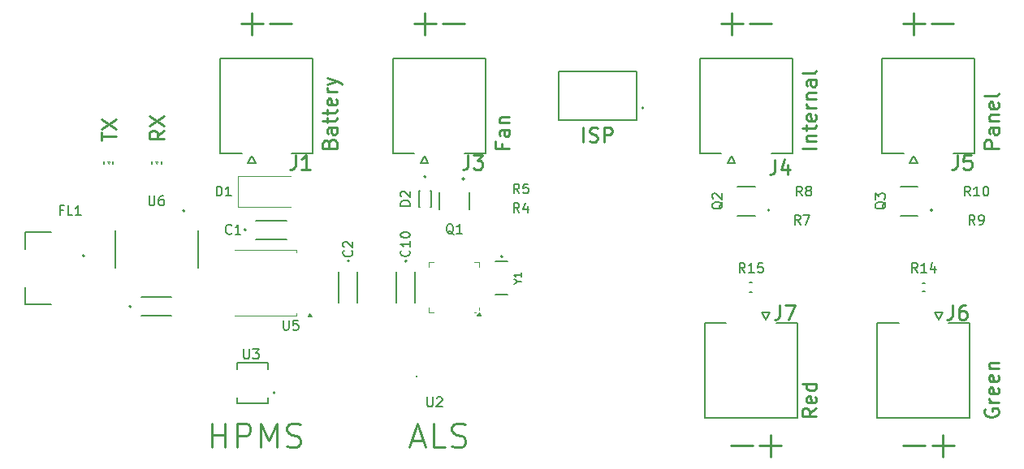
<source format=gbr>
%TF.GenerationSoftware,KiCad,Pcbnew,8.0.4*%
%TF.CreationDate,2024-12-23T16:55:19-08:00*%
%TF.ProjectId,Butterfly_v0,42757474-6572-4666-9c79-5f76302e6b69,rev?*%
%TF.SameCoordinates,Original*%
%TF.FileFunction,Legend,Top*%
%TF.FilePolarity,Positive*%
%FSLAX46Y46*%
G04 Gerber Fmt 4.6, Leading zero omitted, Abs format (unit mm)*
G04 Created by KiCad (PCBNEW 8.0.4) date 2024-12-23 16:55:19*
%MOMM*%
%LPD*%
G01*
G04 APERTURE LIST*
%ADD10C,0.250000*%
%ADD11C,0.150000*%
%ADD12C,0.127000*%
%ADD13C,0.200000*%
%ADD14C,0.100000*%
%ADD15C,0.152400*%
%ADD16C,0.120000*%
G04 APERTURE END LIST*
D10*
X141878758Y-96523000D02*
X144164473Y-96523000D01*
X132803428Y-65478384D02*
X131303428Y-65478384D01*
X131803428Y-64764098D02*
X132803428Y-64764098D01*
X131946285Y-64764098D02*
X131874857Y-64692669D01*
X131874857Y-64692669D02*
X131803428Y-64549812D01*
X131803428Y-64549812D02*
X131803428Y-64335526D01*
X131803428Y-64335526D02*
X131874857Y-64192669D01*
X131874857Y-64192669D02*
X132017714Y-64121241D01*
X132017714Y-64121241D02*
X132803428Y-64121241D01*
X131803428Y-63621240D02*
X131803428Y-63049812D01*
X131303428Y-63406955D02*
X132589142Y-63406955D01*
X132589142Y-63406955D02*
X132732000Y-63335526D01*
X132732000Y-63335526D02*
X132803428Y-63192669D01*
X132803428Y-63192669D02*
X132803428Y-63049812D01*
X132732000Y-61978383D02*
X132803428Y-62121240D01*
X132803428Y-62121240D02*
X132803428Y-62406955D01*
X132803428Y-62406955D02*
X132732000Y-62549812D01*
X132732000Y-62549812D02*
X132589142Y-62621240D01*
X132589142Y-62621240D02*
X132017714Y-62621240D01*
X132017714Y-62621240D02*
X131874857Y-62549812D01*
X131874857Y-62549812D02*
X131803428Y-62406955D01*
X131803428Y-62406955D02*
X131803428Y-62121240D01*
X131803428Y-62121240D02*
X131874857Y-61978383D01*
X131874857Y-61978383D02*
X132017714Y-61906955D01*
X132017714Y-61906955D02*
X132160571Y-61906955D01*
X132160571Y-61906955D02*
X132303428Y-62621240D01*
X132803428Y-61264098D02*
X131803428Y-61264098D01*
X132089142Y-61264098D02*
X131946285Y-61192669D01*
X131946285Y-61192669D02*
X131874857Y-61121241D01*
X131874857Y-61121241D02*
X131803428Y-60978383D01*
X131803428Y-60978383D02*
X131803428Y-60835526D01*
X131803428Y-60335527D02*
X132803428Y-60335527D01*
X131946285Y-60335527D02*
X131874857Y-60264098D01*
X131874857Y-60264098D02*
X131803428Y-60121241D01*
X131803428Y-60121241D02*
X131803428Y-59906955D01*
X131803428Y-59906955D02*
X131874857Y-59764098D01*
X131874857Y-59764098D02*
X132017714Y-59692670D01*
X132017714Y-59692670D02*
X132803428Y-59692670D01*
X132803428Y-58335527D02*
X132017714Y-58335527D01*
X132017714Y-58335527D02*
X131874857Y-58406955D01*
X131874857Y-58406955D02*
X131803428Y-58549812D01*
X131803428Y-58549812D02*
X131803428Y-58835527D01*
X131803428Y-58835527D02*
X131874857Y-58978384D01*
X132732000Y-58335527D02*
X132803428Y-58478384D01*
X132803428Y-58478384D02*
X132803428Y-58835527D01*
X132803428Y-58835527D02*
X132732000Y-58978384D01*
X132732000Y-58978384D02*
X132589142Y-59049812D01*
X132589142Y-59049812D02*
X132446285Y-59049812D01*
X132446285Y-59049812D02*
X132303428Y-58978384D01*
X132303428Y-58978384D02*
X132232000Y-58835527D01*
X132232000Y-58835527D02*
X132232000Y-58478384D01*
X132232000Y-58478384D02*
X132160571Y-58335527D01*
X132803428Y-57406955D02*
X132732000Y-57549812D01*
X132732000Y-57549812D02*
X132589142Y-57621241D01*
X132589142Y-57621241D02*
X131303428Y-57621241D01*
X126878758Y-96523000D02*
X129164473Y-96523000D01*
X128021615Y-95380142D02*
X128021615Y-97665857D01*
X150374857Y-92692669D02*
X150303428Y-92835527D01*
X150303428Y-92835527D02*
X150303428Y-93049812D01*
X150303428Y-93049812D02*
X150374857Y-93264098D01*
X150374857Y-93264098D02*
X150517714Y-93406955D01*
X150517714Y-93406955D02*
X150660571Y-93478384D01*
X150660571Y-93478384D02*
X150946285Y-93549812D01*
X150946285Y-93549812D02*
X151160571Y-93549812D01*
X151160571Y-93549812D02*
X151446285Y-93478384D01*
X151446285Y-93478384D02*
X151589142Y-93406955D01*
X151589142Y-93406955D02*
X151732000Y-93264098D01*
X151732000Y-93264098D02*
X151803428Y-93049812D01*
X151803428Y-93049812D02*
X151803428Y-92906955D01*
X151803428Y-92906955D02*
X151732000Y-92692669D01*
X151732000Y-92692669D02*
X151660571Y-92621241D01*
X151660571Y-92621241D02*
X151160571Y-92621241D01*
X151160571Y-92621241D02*
X151160571Y-92906955D01*
X151803428Y-91978384D02*
X150803428Y-91978384D01*
X151089142Y-91978384D02*
X150946285Y-91906955D01*
X150946285Y-91906955D02*
X150874857Y-91835527D01*
X150874857Y-91835527D02*
X150803428Y-91692669D01*
X150803428Y-91692669D02*
X150803428Y-91549812D01*
X151732000Y-90478384D02*
X151803428Y-90621241D01*
X151803428Y-90621241D02*
X151803428Y-90906956D01*
X151803428Y-90906956D02*
X151732000Y-91049813D01*
X151732000Y-91049813D02*
X151589142Y-91121241D01*
X151589142Y-91121241D02*
X151017714Y-91121241D01*
X151017714Y-91121241D02*
X150874857Y-91049813D01*
X150874857Y-91049813D02*
X150803428Y-90906956D01*
X150803428Y-90906956D02*
X150803428Y-90621241D01*
X150803428Y-90621241D02*
X150874857Y-90478384D01*
X150874857Y-90478384D02*
X151017714Y-90406956D01*
X151017714Y-90406956D02*
X151160571Y-90406956D01*
X151160571Y-90406956D02*
X151303428Y-91121241D01*
X151732000Y-89192670D02*
X151803428Y-89335527D01*
X151803428Y-89335527D02*
X151803428Y-89621242D01*
X151803428Y-89621242D02*
X151732000Y-89764099D01*
X151732000Y-89764099D02*
X151589142Y-89835527D01*
X151589142Y-89835527D02*
X151017714Y-89835527D01*
X151017714Y-89835527D02*
X150874857Y-89764099D01*
X150874857Y-89764099D02*
X150803428Y-89621242D01*
X150803428Y-89621242D02*
X150803428Y-89335527D01*
X150803428Y-89335527D02*
X150874857Y-89192670D01*
X150874857Y-89192670D02*
X151017714Y-89121242D01*
X151017714Y-89121242D02*
X151160571Y-89121242D01*
X151160571Y-89121242D02*
X151303428Y-89835527D01*
X150803428Y-88478385D02*
X151803428Y-88478385D01*
X150946285Y-88478385D02*
X150874857Y-88406956D01*
X150874857Y-88406956D02*
X150803428Y-88264099D01*
X150803428Y-88264099D02*
X150803428Y-88049813D01*
X150803428Y-88049813D02*
X150874857Y-87906956D01*
X150874857Y-87906956D02*
X151017714Y-87835528D01*
X151017714Y-87835528D02*
X151803428Y-87835528D01*
X93121241Y-52477000D02*
X90835527Y-52477000D01*
X91978384Y-53619857D02*
X91978384Y-51334142D01*
X58303428Y-64692669D02*
X58303428Y-63835527D01*
X59803428Y-64264098D02*
X58303428Y-64264098D01*
X58303428Y-63478384D02*
X59803428Y-62478384D01*
X58303428Y-62478384D02*
X59803428Y-63478384D01*
X123878758Y-96523000D02*
X126164473Y-96523000D01*
X90640663Y-95966761D02*
X91831139Y-95966761D01*
X90402568Y-96681047D02*
X91235901Y-94181047D01*
X91235901Y-94181047D02*
X92069234Y-96681047D01*
X94093044Y-96681047D02*
X92902568Y-96681047D01*
X92902568Y-96681047D02*
X92902568Y-94181047D01*
X94807330Y-96562000D02*
X95164473Y-96681047D01*
X95164473Y-96681047D02*
X95759711Y-96681047D01*
X95759711Y-96681047D02*
X95997806Y-96562000D01*
X95997806Y-96562000D02*
X96116854Y-96442952D01*
X96116854Y-96442952D02*
X96235901Y-96204857D01*
X96235901Y-96204857D02*
X96235901Y-95966761D01*
X96235901Y-95966761D02*
X96116854Y-95728666D01*
X96116854Y-95728666D02*
X95997806Y-95609619D01*
X95997806Y-95609619D02*
X95759711Y-95490571D01*
X95759711Y-95490571D02*
X95283520Y-95371523D01*
X95283520Y-95371523D02*
X95045425Y-95252476D01*
X95045425Y-95252476D02*
X94926378Y-95133428D01*
X94926378Y-95133428D02*
X94807330Y-94895333D01*
X94807330Y-94895333D02*
X94807330Y-94657238D01*
X94807330Y-94657238D02*
X94926378Y-94419142D01*
X94926378Y-94419142D02*
X95045425Y-94300095D01*
X95045425Y-94300095D02*
X95283520Y-94181047D01*
X95283520Y-94181047D02*
X95878759Y-94181047D01*
X95878759Y-94181047D02*
X96235901Y-94300095D01*
X147121241Y-52477000D02*
X144835527Y-52477000D01*
X75121241Y-52477000D02*
X72835527Y-52477000D01*
X73978384Y-53619857D02*
X73978384Y-51334142D01*
X125121241Y-52477000D02*
X122835527Y-52477000D01*
X123978384Y-53619857D02*
X123978384Y-51334142D01*
X82017714Y-64978384D02*
X82089142Y-64764098D01*
X82089142Y-64764098D02*
X82160571Y-64692669D01*
X82160571Y-64692669D02*
X82303428Y-64621241D01*
X82303428Y-64621241D02*
X82517714Y-64621241D01*
X82517714Y-64621241D02*
X82660571Y-64692669D01*
X82660571Y-64692669D02*
X82732000Y-64764098D01*
X82732000Y-64764098D02*
X82803428Y-64906955D01*
X82803428Y-64906955D02*
X82803428Y-65478384D01*
X82803428Y-65478384D02*
X81303428Y-65478384D01*
X81303428Y-65478384D02*
X81303428Y-64978384D01*
X81303428Y-64978384D02*
X81374857Y-64835527D01*
X81374857Y-64835527D02*
X81446285Y-64764098D01*
X81446285Y-64764098D02*
X81589142Y-64692669D01*
X81589142Y-64692669D02*
X81732000Y-64692669D01*
X81732000Y-64692669D02*
X81874857Y-64764098D01*
X81874857Y-64764098D02*
X81946285Y-64835527D01*
X81946285Y-64835527D02*
X82017714Y-64978384D01*
X82017714Y-64978384D02*
X82017714Y-65478384D01*
X82803428Y-63335527D02*
X82017714Y-63335527D01*
X82017714Y-63335527D02*
X81874857Y-63406955D01*
X81874857Y-63406955D02*
X81803428Y-63549812D01*
X81803428Y-63549812D02*
X81803428Y-63835527D01*
X81803428Y-63835527D02*
X81874857Y-63978384D01*
X82732000Y-63335527D02*
X82803428Y-63478384D01*
X82803428Y-63478384D02*
X82803428Y-63835527D01*
X82803428Y-63835527D02*
X82732000Y-63978384D01*
X82732000Y-63978384D02*
X82589142Y-64049812D01*
X82589142Y-64049812D02*
X82446285Y-64049812D01*
X82446285Y-64049812D02*
X82303428Y-63978384D01*
X82303428Y-63978384D02*
X82232000Y-63835527D01*
X82232000Y-63835527D02*
X82232000Y-63478384D01*
X82232000Y-63478384D02*
X82160571Y-63335527D01*
X81803428Y-62835526D02*
X81803428Y-62264098D01*
X81303428Y-62621241D02*
X82589142Y-62621241D01*
X82589142Y-62621241D02*
X82732000Y-62549812D01*
X82732000Y-62549812D02*
X82803428Y-62406955D01*
X82803428Y-62406955D02*
X82803428Y-62264098D01*
X81803428Y-61978383D02*
X81803428Y-61406955D01*
X81303428Y-61764098D02*
X82589142Y-61764098D01*
X82589142Y-61764098D02*
X82732000Y-61692669D01*
X82732000Y-61692669D02*
X82803428Y-61549812D01*
X82803428Y-61549812D02*
X82803428Y-61406955D01*
X82732000Y-60335526D02*
X82803428Y-60478383D01*
X82803428Y-60478383D02*
X82803428Y-60764098D01*
X82803428Y-60764098D02*
X82732000Y-60906955D01*
X82732000Y-60906955D02*
X82589142Y-60978383D01*
X82589142Y-60978383D02*
X82017714Y-60978383D01*
X82017714Y-60978383D02*
X81874857Y-60906955D01*
X81874857Y-60906955D02*
X81803428Y-60764098D01*
X81803428Y-60764098D02*
X81803428Y-60478383D01*
X81803428Y-60478383D02*
X81874857Y-60335526D01*
X81874857Y-60335526D02*
X82017714Y-60264098D01*
X82017714Y-60264098D02*
X82160571Y-60264098D01*
X82160571Y-60264098D02*
X82303428Y-60978383D01*
X82803428Y-59621241D02*
X81803428Y-59621241D01*
X82089142Y-59621241D02*
X81946285Y-59549812D01*
X81946285Y-59549812D02*
X81874857Y-59478384D01*
X81874857Y-59478384D02*
X81803428Y-59335526D01*
X81803428Y-59335526D02*
X81803428Y-59192669D01*
X81803428Y-58835527D02*
X82803428Y-58478384D01*
X81803428Y-58121241D02*
X82803428Y-58478384D01*
X82803428Y-58478384D02*
X83160571Y-58621241D01*
X83160571Y-58621241D02*
X83232000Y-58692670D01*
X83232000Y-58692670D02*
X83303428Y-58835527D01*
X108521615Y-64803428D02*
X108521615Y-63303428D01*
X109164473Y-64732000D02*
X109378759Y-64803428D01*
X109378759Y-64803428D02*
X109735901Y-64803428D01*
X109735901Y-64803428D02*
X109878759Y-64732000D01*
X109878759Y-64732000D02*
X109950187Y-64660571D01*
X109950187Y-64660571D02*
X110021616Y-64517714D01*
X110021616Y-64517714D02*
X110021616Y-64374857D01*
X110021616Y-64374857D02*
X109950187Y-64232000D01*
X109950187Y-64232000D02*
X109878759Y-64160571D01*
X109878759Y-64160571D02*
X109735901Y-64089142D01*
X109735901Y-64089142D02*
X109450187Y-64017714D01*
X109450187Y-64017714D02*
X109307330Y-63946285D01*
X109307330Y-63946285D02*
X109235901Y-63874857D01*
X109235901Y-63874857D02*
X109164473Y-63732000D01*
X109164473Y-63732000D02*
X109164473Y-63589142D01*
X109164473Y-63589142D02*
X109235901Y-63446285D01*
X109235901Y-63446285D02*
X109307330Y-63374857D01*
X109307330Y-63374857D02*
X109450187Y-63303428D01*
X109450187Y-63303428D02*
X109807330Y-63303428D01*
X109807330Y-63303428D02*
X110021616Y-63374857D01*
X110664472Y-64803428D02*
X110664472Y-63303428D01*
X110664472Y-63303428D02*
X111235901Y-63303428D01*
X111235901Y-63303428D02*
X111378758Y-63374857D01*
X111378758Y-63374857D02*
X111450187Y-63446285D01*
X111450187Y-63446285D02*
X111521615Y-63589142D01*
X111521615Y-63589142D02*
X111521615Y-63803428D01*
X111521615Y-63803428D02*
X111450187Y-63946285D01*
X111450187Y-63946285D02*
X111378758Y-64017714D01*
X111378758Y-64017714D02*
X111235901Y-64089142D01*
X111235901Y-64089142D02*
X110664472Y-64089142D01*
X78121241Y-52477000D02*
X75835527Y-52477000D01*
X96121241Y-52477000D02*
X93835527Y-52477000D01*
X132803428Y-92621241D02*
X132089142Y-93121241D01*
X132803428Y-93478384D02*
X131303428Y-93478384D01*
X131303428Y-93478384D02*
X131303428Y-92906955D01*
X131303428Y-92906955D02*
X131374857Y-92764098D01*
X131374857Y-92764098D02*
X131446285Y-92692669D01*
X131446285Y-92692669D02*
X131589142Y-92621241D01*
X131589142Y-92621241D02*
X131803428Y-92621241D01*
X131803428Y-92621241D02*
X131946285Y-92692669D01*
X131946285Y-92692669D02*
X132017714Y-92764098D01*
X132017714Y-92764098D02*
X132089142Y-92906955D01*
X132089142Y-92906955D02*
X132089142Y-93478384D01*
X132732000Y-91406955D02*
X132803428Y-91549812D01*
X132803428Y-91549812D02*
X132803428Y-91835527D01*
X132803428Y-91835527D02*
X132732000Y-91978384D01*
X132732000Y-91978384D02*
X132589142Y-92049812D01*
X132589142Y-92049812D02*
X132017714Y-92049812D01*
X132017714Y-92049812D02*
X131874857Y-91978384D01*
X131874857Y-91978384D02*
X131803428Y-91835527D01*
X131803428Y-91835527D02*
X131803428Y-91549812D01*
X131803428Y-91549812D02*
X131874857Y-91406955D01*
X131874857Y-91406955D02*
X132017714Y-91335527D01*
X132017714Y-91335527D02*
X132160571Y-91335527D01*
X132160571Y-91335527D02*
X132303428Y-92049812D01*
X132803428Y-90049813D02*
X131303428Y-90049813D01*
X132732000Y-90049813D02*
X132803428Y-90192670D01*
X132803428Y-90192670D02*
X132803428Y-90478384D01*
X132803428Y-90478384D02*
X132732000Y-90621241D01*
X132732000Y-90621241D02*
X132660571Y-90692670D01*
X132660571Y-90692670D02*
X132517714Y-90764098D01*
X132517714Y-90764098D02*
X132089142Y-90764098D01*
X132089142Y-90764098D02*
X131946285Y-90692670D01*
X131946285Y-90692670D02*
X131874857Y-90621241D01*
X131874857Y-90621241D02*
X131803428Y-90478384D01*
X131803428Y-90478384D02*
X131803428Y-90192670D01*
X131803428Y-90192670D02*
X131874857Y-90049813D01*
X144878758Y-96523000D02*
X147164473Y-96523000D01*
X146021615Y-95380142D02*
X146021615Y-97665857D01*
X128121241Y-52477000D02*
X125835527Y-52477000D01*
X69759711Y-96681047D02*
X69759711Y-94181047D01*
X69759711Y-95371523D02*
X71188282Y-95371523D01*
X71188282Y-96681047D02*
X71188282Y-94181047D01*
X72378759Y-96681047D02*
X72378759Y-94181047D01*
X72378759Y-94181047D02*
X73331140Y-94181047D01*
X73331140Y-94181047D02*
X73569235Y-94300095D01*
X73569235Y-94300095D02*
X73688282Y-94419142D01*
X73688282Y-94419142D02*
X73807330Y-94657238D01*
X73807330Y-94657238D02*
X73807330Y-95014380D01*
X73807330Y-95014380D02*
X73688282Y-95252476D01*
X73688282Y-95252476D02*
X73569235Y-95371523D01*
X73569235Y-95371523D02*
X73331140Y-95490571D01*
X73331140Y-95490571D02*
X72378759Y-95490571D01*
X74878759Y-96681047D02*
X74878759Y-94181047D01*
X74878759Y-94181047D02*
X75712092Y-95966761D01*
X75712092Y-95966761D02*
X76545425Y-94181047D01*
X76545425Y-94181047D02*
X76545425Y-96681047D01*
X77616854Y-96562000D02*
X77973997Y-96681047D01*
X77973997Y-96681047D02*
X78569235Y-96681047D01*
X78569235Y-96681047D02*
X78807330Y-96562000D01*
X78807330Y-96562000D02*
X78926378Y-96442952D01*
X78926378Y-96442952D02*
X79045425Y-96204857D01*
X79045425Y-96204857D02*
X79045425Y-95966761D01*
X79045425Y-95966761D02*
X78926378Y-95728666D01*
X78926378Y-95728666D02*
X78807330Y-95609619D01*
X78807330Y-95609619D02*
X78569235Y-95490571D01*
X78569235Y-95490571D02*
X78093044Y-95371523D01*
X78093044Y-95371523D02*
X77854949Y-95252476D01*
X77854949Y-95252476D02*
X77735902Y-95133428D01*
X77735902Y-95133428D02*
X77616854Y-94895333D01*
X77616854Y-94895333D02*
X77616854Y-94657238D01*
X77616854Y-94657238D02*
X77735902Y-94419142D01*
X77735902Y-94419142D02*
X77854949Y-94300095D01*
X77854949Y-94300095D02*
X78093044Y-94181047D01*
X78093044Y-94181047D02*
X78688283Y-94181047D01*
X78688283Y-94181047D02*
X79045425Y-94300095D01*
X100017714Y-64978384D02*
X100017714Y-65478384D01*
X100803428Y-65478384D02*
X99303428Y-65478384D01*
X99303428Y-65478384D02*
X99303428Y-64764098D01*
X100803428Y-63549813D02*
X100017714Y-63549813D01*
X100017714Y-63549813D02*
X99874857Y-63621241D01*
X99874857Y-63621241D02*
X99803428Y-63764098D01*
X99803428Y-63764098D02*
X99803428Y-64049813D01*
X99803428Y-64049813D02*
X99874857Y-64192670D01*
X100732000Y-63549813D02*
X100803428Y-63692670D01*
X100803428Y-63692670D02*
X100803428Y-64049813D01*
X100803428Y-64049813D02*
X100732000Y-64192670D01*
X100732000Y-64192670D02*
X100589142Y-64264098D01*
X100589142Y-64264098D02*
X100446285Y-64264098D01*
X100446285Y-64264098D02*
X100303428Y-64192670D01*
X100303428Y-64192670D02*
X100232000Y-64049813D01*
X100232000Y-64049813D02*
X100232000Y-63692670D01*
X100232000Y-63692670D02*
X100160571Y-63549813D01*
X99803428Y-62835527D02*
X100803428Y-62835527D01*
X99946285Y-62835527D02*
X99874857Y-62764098D01*
X99874857Y-62764098D02*
X99803428Y-62621241D01*
X99803428Y-62621241D02*
X99803428Y-62406955D01*
X99803428Y-62406955D02*
X99874857Y-62264098D01*
X99874857Y-62264098D02*
X100017714Y-62192670D01*
X100017714Y-62192670D02*
X100803428Y-62192670D01*
X64803428Y-63621241D02*
X64089142Y-64121241D01*
X64803428Y-64478384D02*
X63303428Y-64478384D01*
X63303428Y-64478384D02*
X63303428Y-63906955D01*
X63303428Y-63906955D02*
X63374857Y-63764098D01*
X63374857Y-63764098D02*
X63446285Y-63692669D01*
X63446285Y-63692669D02*
X63589142Y-63621241D01*
X63589142Y-63621241D02*
X63803428Y-63621241D01*
X63803428Y-63621241D02*
X63946285Y-63692669D01*
X63946285Y-63692669D02*
X64017714Y-63764098D01*
X64017714Y-63764098D02*
X64089142Y-63906955D01*
X64089142Y-63906955D02*
X64089142Y-64478384D01*
X63303428Y-63121241D02*
X64803428Y-62121241D01*
X63303428Y-62121241D02*
X64803428Y-63121241D01*
X151803428Y-65478384D02*
X150303428Y-65478384D01*
X150303428Y-65478384D02*
X150303428Y-64906955D01*
X150303428Y-64906955D02*
X150374857Y-64764098D01*
X150374857Y-64764098D02*
X150446285Y-64692669D01*
X150446285Y-64692669D02*
X150589142Y-64621241D01*
X150589142Y-64621241D02*
X150803428Y-64621241D01*
X150803428Y-64621241D02*
X150946285Y-64692669D01*
X150946285Y-64692669D02*
X151017714Y-64764098D01*
X151017714Y-64764098D02*
X151089142Y-64906955D01*
X151089142Y-64906955D02*
X151089142Y-65478384D01*
X151803428Y-63335527D02*
X151017714Y-63335527D01*
X151017714Y-63335527D02*
X150874857Y-63406955D01*
X150874857Y-63406955D02*
X150803428Y-63549812D01*
X150803428Y-63549812D02*
X150803428Y-63835527D01*
X150803428Y-63835527D02*
X150874857Y-63978384D01*
X151732000Y-63335527D02*
X151803428Y-63478384D01*
X151803428Y-63478384D02*
X151803428Y-63835527D01*
X151803428Y-63835527D02*
X151732000Y-63978384D01*
X151732000Y-63978384D02*
X151589142Y-64049812D01*
X151589142Y-64049812D02*
X151446285Y-64049812D01*
X151446285Y-64049812D02*
X151303428Y-63978384D01*
X151303428Y-63978384D02*
X151232000Y-63835527D01*
X151232000Y-63835527D02*
X151232000Y-63478384D01*
X151232000Y-63478384D02*
X151160571Y-63335527D01*
X150803428Y-62621241D02*
X151803428Y-62621241D01*
X150946285Y-62621241D02*
X150874857Y-62549812D01*
X150874857Y-62549812D02*
X150803428Y-62406955D01*
X150803428Y-62406955D02*
X150803428Y-62192669D01*
X150803428Y-62192669D02*
X150874857Y-62049812D01*
X150874857Y-62049812D02*
X151017714Y-61978384D01*
X151017714Y-61978384D02*
X151803428Y-61978384D01*
X151732000Y-60692669D02*
X151803428Y-60835526D01*
X151803428Y-60835526D02*
X151803428Y-61121241D01*
X151803428Y-61121241D02*
X151732000Y-61264098D01*
X151732000Y-61264098D02*
X151589142Y-61335526D01*
X151589142Y-61335526D02*
X151017714Y-61335526D01*
X151017714Y-61335526D02*
X150874857Y-61264098D01*
X150874857Y-61264098D02*
X150803428Y-61121241D01*
X150803428Y-61121241D02*
X150803428Y-60835526D01*
X150803428Y-60835526D02*
X150874857Y-60692669D01*
X150874857Y-60692669D02*
X151017714Y-60621241D01*
X151017714Y-60621241D02*
X151160571Y-60621241D01*
X151160571Y-60621241D02*
X151303428Y-61335526D01*
X151803428Y-59764098D02*
X151732000Y-59906955D01*
X151732000Y-59906955D02*
X151589142Y-59978384D01*
X151589142Y-59978384D02*
X150303428Y-59978384D01*
X144121241Y-52477000D02*
X141835527Y-52477000D01*
X142978384Y-53619857D02*
X142978384Y-51334142D01*
D11*
X71833333Y-74359580D02*
X71785714Y-74407200D01*
X71785714Y-74407200D02*
X71642857Y-74454819D01*
X71642857Y-74454819D02*
X71547619Y-74454819D01*
X71547619Y-74454819D02*
X71404762Y-74407200D01*
X71404762Y-74407200D02*
X71309524Y-74311961D01*
X71309524Y-74311961D02*
X71261905Y-74216723D01*
X71261905Y-74216723D02*
X71214286Y-74026247D01*
X71214286Y-74026247D02*
X71214286Y-73883390D01*
X71214286Y-73883390D02*
X71261905Y-73692914D01*
X71261905Y-73692914D02*
X71309524Y-73597676D01*
X71309524Y-73597676D02*
X71404762Y-73502438D01*
X71404762Y-73502438D02*
X71547619Y-73454819D01*
X71547619Y-73454819D02*
X71642857Y-73454819D01*
X71642857Y-73454819D02*
X71785714Y-73502438D01*
X71785714Y-73502438D02*
X71833333Y-73550057D01*
X72785714Y-74454819D02*
X72214286Y-74454819D01*
X72500000Y-74454819D02*
X72500000Y-73454819D01*
X72500000Y-73454819D02*
X72404762Y-73597676D01*
X72404762Y-73597676D02*
X72309524Y-73692914D01*
X72309524Y-73692914D02*
X72214286Y-73740533D01*
D10*
X147000000Y-81860928D02*
X147000000Y-82932357D01*
X147000000Y-82932357D02*
X146928571Y-83146642D01*
X146928571Y-83146642D02*
X146785714Y-83289500D01*
X146785714Y-83289500D02*
X146571428Y-83360928D01*
X146571428Y-83360928D02*
X146428571Y-83360928D01*
X148357143Y-81860928D02*
X148071428Y-81860928D01*
X148071428Y-81860928D02*
X147928571Y-81932357D01*
X147928571Y-81932357D02*
X147857143Y-82003785D01*
X147857143Y-82003785D02*
X147714285Y-82218071D01*
X147714285Y-82218071D02*
X147642857Y-82503785D01*
X147642857Y-82503785D02*
X147642857Y-83075214D01*
X147642857Y-83075214D02*
X147714285Y-83218071D01*
X147714285Y-83218071D02*
X147785714Y-83289500D01*
X147785714Y-83289500D02*
X147928571Y-83360928D01*
X147928571Y-83360928D02*
X148214285Y-83360928D01*
X148214285Y-83360928D02*
X148357143Y-83289500D01*
X148357143Y-83289500D02*
X148428571Y-83218071D01*
X148428571Y-83218071D02*
X148500000Y-83075214D01*
X148500000Y-83075214D02*
X148500000Y-82718071D01*
X148500000Y-82718071D02*
X148428571Y-82575214D01*
X148428571Y-82575214D02*
X148357143Y-82503785D01*
X148357143Y-82503785D02*
X148214285Y-82432357D01*
X148214285Y-82432357D02*
X147928571Y-82432357D01*
X147928571Y-82432357D02*
X147785714Y-82503785D01*
X147785714Y-82503785D02*
X147714285Y-82575214D01*
X147714285Y-82575214D02*
X147642857Y-82718071D01*
X128500000Y-66680928D02*
X128500000Y-67752357D01*
X128500000Y-67752357D02*
X128428571Y-67966642D01*
X128428571Y-67966642D02*
X128285714Y-68109500D01*
X128285714Y-68109500D02*
X128071428Y-68180928D01*
X128071428Y-68180928D02*
X127928571Y-68180928D01*
X129857143Y-67180928D02*
X129857143Y-68180928D01*
X129500000Y-66609500D02*
X129142857Y-67680928D01*
X129142857Y-67680928D02*
X130071428Y-67680928D01*
D11*
X125357142Y-78454819D02*
X125023809Y-77978628D01*
X124785714Y-78454819D02*
X124785714Y-77454819D01*
X124785714Y-77454819D02*
X125166666Y-77454819D01*
X125166666Y-77454819D02*
X125261904Y-77502438D01*
X125261904Y-77502438D02*
X125309523Y-77550057D01*
X125309523Y-77550057D02*
X125357142Y-77645295D01*
X125357142Y-77645295D02*
X125357142Y-77788152D01*
X125357142Y-77788152D02*
X125309523Y-77883390D01*
X125309523Y-77883390D02*
X125261904Y-77931009D01*
X125261904Y-77931009D02*
X125166666Y-77978628D01*
X125166666Y-77978628D02*
X124785714Y-77978628D01*
X126309523Y-78454819D02*
X125738095Y-78454819D01*
X126023809Y-78454819D02*
X126023809Y-77454819D01*
X126023809Y-77454819D02*
X125928571Y-77597676D01*
X125928571Y-77597676D02*
X125833333Y-77692914D01*
X125833333Y-77692914D02*
X125738095Y-77740533D01*
X127214285Y-77454819D02*
X126738095Y-77454819D01*
X126738095Y-77454819D02*
X126690476Y-77931009D01*
X126690476Y-77931009D02*
X126738095Y-77883390D01*
X126738095Y-77883390D02*
X126833333Y-77835771D01*
X126833333Y-77835771D02*
X127071428Y-77835771D01*
X127071428Y-77835771D02*
X127166666Y-77883390D01*
X127166666Y-77883390D02*
X127214285Y-77931009D01*
X127214285Y-77931009D02*
X127261904Y-78026247D01*
X127261904Y-78026247D02*
X127261904Y-78264342D01*
X127261904Y-78264342D02*
X127214285Y-78359580D01*
X127214285Y-78359580D02*
X127166666Y-78407200D01*
X127166666Y-78407200D02*
X127071428Y-78454819D01*
X127071428Y-78454819D02*
X126833333Y-78454819D01*
X126833333Y-78454819D02*
X126738095Y-78407200D01*
X126738095Y-78407200D02*
X126690476Y-78359580D01*
X92238095Y-91454819D02*
X92238095Y-92264342D01*
X92238095Y-92264342D02*
X92285714Y-92359580D01*
X92285714Y-92359580D02*
X92333333Y-92407200D01*
X92333333Y-92407200D02*
X92428571Y-92454819D01*
X92428571Y-92454819D02*
X92619047Y-92454819D01*
X92619047Y-92454819D02*
X92714285Y-92407200D01*
X92714285Y-92407200D02*
X92761904Y-92359580D01*
X92761904Y-92359580D02*
X92809523Y-92264342D01*
X92809523Y-92264342D02*
X92809523Y-91454819D01*
X93238095Y-91550057D02*
X93285714Y-91502438D01*
X93285714Y-91502438D02*
X93380952Y-91454819D01*
X93380952Y-91454819D02*
X93619047Y-91454819D01*
X93619047Y-91454819D02*
X93714285Y-91502438D01*
X93714285Y-91502438D02*
X93761904Y-91550057D01*
X93761904Y-91550057D02*
X93809523Y-91645295D01*
X93809523Y-91645295D02*
X93809523Y-91740533D01*
X93809523Y-91740533D02*
X93761904Y-91883390D01*
X93761904Y-91883390D02*
X93190476Y-92454819D01*
X93190476Y-92454819D02*
X93809523Y-92454819D01*
X94982445Y-74471572D02*
X94887207Y-74423953D01*
X94887207Y-74423953D02*
X94791969Y-74328715D01*
X94791969Y-74328715D02*
X94649112Y-74185857D01*
X94649112Y-74185857D02*
X94553874Y-74138238D01*
X94553874Y-74138238D02*
X94458636Y-74138238D01*
X94506255Y-74376334D02*
X94411017Y-74328715D01*
X94411017Y-74328715D02*
X94315779Y-74233476D01*
X94315779Y-74233476D02*
X94268160Y-74043000D01*
X94268160Y-74043000D02*
X94268160Y-73709667D01*
X94268160Y-73709667D02*
X94315779Y-73519191D01*
X94315779Y-73519191D02*
X94411017Y-73423953D01*
X94411017Y-73423953D02*
X94506255Y-73376334D01*
X94506255Y-73376334D02*
X94696731Y-73376334D01*
X94696731Y-73376334D02*
X94791969Y-73423953D01*
X94791969Y-73423953D02*
X94887207Y-73519191D01*
X94887207Y-73519191D02*
X94934826Y-73709667D01*
X94934826Y-73709667D02*
X94934826Y-74043000D01*
X94934826Y-74043000D02*
X94887207Y-74233476D01*
X94887207Y-74233476D02*
X94791969Y-74328715D01*
X94791969Y-74328715D02*
X94696731Y-74376334D01*
X94696731Y-74376334D02*
X94506255Y-74376334D01*
X95887207Y-74376334D02*
X95315779Y-74376334D01*
X95601493Y-74376334D02*
X95601493Y-73376334D01*
X95601493Y-73376334D02*
X95506255Y-73519191D01*
X95506255Y-73519191D02*
X95411017Y-73614429D01*
X95411017Y-73614429D02*
X95315779Y-73662048D01*
D10*
X129000000Y-81860928D02*
X129000000Y-82932357D01*
X129000000Y-82932357D02*
X128928571Y-83146642D01*
X128928571Y-83146642D02*
X128785714Y-83289500D01*
X128785714Y-83289500D02*
X128571428Y-83360928D01*
X128571428Y-83360928D02*
X128428571Y-83360928D01*
X129571428Y-81860928D02*
X130571428Y-81860928D01*
X130571428Y-81860928D02*
X129928571Y-83360928D01*
D11*
X149333333Y-73454819D02*
X149000000Y-72978628D01*
X148761905Y-73454819D02*
X148761905Y-72454819D01*
X148761905Y-72454819D02*
X149142857Y-72454819D01*
X149142857Y-72454819D02*
X149238095Y-72502438D01*
X149238095Y-72502438D02*
X149285714Y-72550057D01*
X149285714Y-72550057D02*
X149333333Y-72645295D01*
X149333333Y-72645295D02*
X149333333Y-72788152D01*
X149333333Y-72788152D02*
X149285714Y-72883390D01*
X149285714Y-72883390D02*
X149238095Y-72931009D01*
X149238095Y-72931009D02*
X149142857Y-72978628D01*
X149142857Y-72978628D02*
X148761905Y-72978628D01*
X149809524Y-73454819D02*
X150000000Y-73454819D01*
X150000000Y-73454819D02*
X150095238Y-73407200D01*
X150095238Y-73407200D02*
X150142857Y-73359580D01*
X150142857Y-73359580D02*
X150238095Y-73216723D01*
X150238095Y-73216723D02*
X150285714Y-73026247D01*
X150285714Y-73026247D02*
X150285714Y-72645295D01*
X150285714Y-72645295D02*
X150238095Y-72550057D01*
X150238095Y-72550057D02*
X150190476Y-72502438D01*
X150190476Y-72502438D02*
X150095238Y-72454819D01*
X150095238Y-72454819D02*
X149904762Y-72454819D01*
X149904762Y-72454819D02*
X149809524Y-72502438D01*
X149809524Y-72502438D02*
X149761905Y-72550057D01*
X149761905Y-72550057D02*
X149714286Y-72645295D01*
X149714286Y-72645295D02*
X149714286Y-72883390D01*
X149714286Y-72883390D02*
X149761905Y-72978628D01*
X149761905Y-72978628D02*
X149809524Y-73026247D01*
X149809524Y-73026247D02*
X149904762Y-73073866D01*
X149904762Y-73073866D02*
X150095238Y-73073866D01*
X150095238Y-73073866D02*
X150190476Y-73026247D01*
X150190476Y-73026247D02*
X150238095Y-72978628D01*
X150238095Y-72978628D02*
X150285714Y-72883390D01*
X73111095Y-86454819D02*
X73111095Y-87264342D01*
X73111095Y-87264342D02*
X73158714Y-87359580D01*
X73158714Y-87359580D02*
X73206333Y-87407200D01*
X73206333Y-87407200D02*
X73301571Y-87454819D01*
X73301571Y-87454819D02*
X73492047Y-87454819D01*
X73492047Y-87454819D02*
X73587285Y-87407200D01*
X73587285Y-87407200D02*
X73634904Y-87359580D01*
X73634904Y-87359580D02*
X73682523Y-87264342D01*
X73682523Y-87264342D02*
X73682523Y-86454819D01*
X74063476Y-86454819D02*
X74682523Y-86454819D01*
X74682523Y-86454819D02*
X74349190Y-86835771D01*
X74349190Y-86835771D02*
X74492047Y-86835771D01*
X74492047Y-86835771D02*
X74587285Y-86883390D01*
X74587285Y-86883390D02*
X74634904Y-86931009D01*
X74634904Y-86931009D02*
X74682523Y-87026247D01*
X74682523Y-87026247D02*
X74682523Y-87264342D01*
X74682523Y-87264342D02*
X74634904Y-87359580D01*
X74634904Y-87359580D02*
X74587285Y-87407200D01*
X74587285Y-87407200D02*
X74492047Y-87454819D01*
X74492047Y-87454819D02*
X74206333Y-87454819D01*
X74206333Y-87454819D02*
X74111095Y-87407200D01*
X74111095Y-87407200D02*
X74063476Y-87359580D01*
X90359580Y-76142857D02*
X90407200Y-76190476D01*
X90407200Y-76190476D02*
X90454819Y-76333333D01*
X90454819Y-76333333D02*
X90454819Y-76428571D01*
X90454819Y-76428571D02*
X90407200Y-76571428D01*
X90407200Y-76571428D02*
X90311961Y-76666666D01*
X90311961Y-76666666D02*
X90216723Y-76714285D01*
X90216723Y-76714285D02*
X90026247Y-76761904D01*
X90026247Y-76761904D02*
X89883390Y-76761904D01*
X89883390Y-76761904D02*
X89692914Y-76714285D01*
X89692914Y-76714285D02*
X89597676Y-76666666D01*
X89597676Y-76666666D02*
X89502438Y-76571428D01*
X89502438Y-76571428D02*
X89454819Y-76428571D01*
X89454819Y-76428571D02*
X89454819Y-76333333D01*
X89454819Y-76333333D02*
X89502438Y-76190476D01*
X89502438Y-76190476D02*
X89550057Y-76142857D01*
X90454819Y-75190476D02*
X90454819Y-75761904D01*
X90454819Y-75476190D02*
X89454819Y-75476190D01*
X89454819Y-75476190D02*
X89597676Y-75571428D01*
X89597676Y-75571428D02*
X89692914Y-75666666D01*
X89692914Y-75666666D02*
X89740533Y-75761904D01*
X89454819Y-74571428D02*
X89454819Y-74476190D01*
X89454819Y-74476190D02*
X89502438Y-74380952D01*
X89502438Y-74380952D02*
X89550057Y-74333333D01*
X89550057Y-74333333D02*
X89645295Y-74285714D01*
X89645295Y-74285714D02*
X89835771Y-74238095D01*
X89835771Y-74238095D02*
X90073866Y-74238095D01*
X90073866Y-74238095D02*
X90264342Y-74285714D01*
X90264342Y-74285714D02*
X90359580Y-74333333D01*
X90359580Y-74333333D02*
X90407200Y-74380952D01*
X90407200Y-74380952D02*
X90454819Y-74476190D01*
X90454819Y-74476190D02*
X90454819Y-74571428D01*
X90454819Y-74571428D02*
X90407200Y-74666666D01*
X90407200Y-74666666D02*
X90359580Y-74714285D01*
X90359580Y-74714285D02*
X90264342Y-74761904D01*
X90264342Y-74761904D02*
X90073866Y-74809523D01*
X90073866Y-74809523D02*
X89835771Y-74809523D01*
X89835771Y-74809523D02*
X89645295Y-74761904D01*
X89645295Y-74761904D02*
X89550057Y-74714285D01*
X89550057Y-74714285D02*
X89502438Y-74666666D01*
X89502438Y-74666666D02*
X89454819Y-74571428D01*
D10*
X96500000Y-66180928D02*
X96500000Y-67252357D01*
X96500000Y-67252357D02*
X96428571Y-67466642D01*
X96428571Y-67466642D02*
X96285714Y-67609500D01*
X96285714Y-67609500D02*
X96071428Y-67680928D01*
X96071428Y-67680928D02*
X95928571Y-67680928D01*
X97071428Y-66180928D02*
X98000000Y-66180928D01*
X98000000Y-66180928D02*
X97500000Y-66752357D01*
X97500000Y-66752357D02*
X97714285Y-66752357D01*
X97714285Y-66752357D02*
X97857143Y-66823785D01*
X97857143Y-66823785D02*
X97928571Y-66895214D01*
X97928571Y-66895214D02*
X98000000Y-67038071D01*
X98000000Y-67038071D02*
X98000000Y-67395214D01*
X98000000Y-67395214D02*
X97928571Y-67538071D01*
X97928571Y-67538071D02*
X97857143Y-67609500D01*
X97857143Y-67609500D02*
X97714285Y-67680928D01*
X97714285Y-67680928D02*
X97285714Y-67680928D01*
X97285714Y-67680928D02*
X97142857Y-67609500D01*
X97142857Y-67609500D02*
X97071428Y-67538071D01*
D11*
X123050057Y-71095238D02*
X123002438Y-71190476D01*
X123002438Y-71190476D02*
X122907200Y-71285714D01*
X122907200Y-71285714D02*
X122764342Y-71428571D01*
X122764342Y-71428571D02*
X122716723Y-71523809D01*
X122716723Y-71523809D02*
X122716723Y-71619047D01*
X122954819Y-71571428D02*
X122907200Y-71666666D01*
X122907200Y-71666666D02*
X122811961Y-71761904D01*
X122811961Y-71761904D02*
X122621485Y-71809523D01*
X122621485Y-71809523D02*
X122288152Y-71809523D01*
X122288152Y-71809523D02*
X122097676Y-71761904D01*
X122097676Y-71761904D02*
X122002438Y-71666666D01*
X122002438Y-71666666D02*
X121954819Y-71571428D01*
X121954819Y-71571428D02*
X121954819Y-71380952D01*
X121954819Y-71380952D02*
X122002438Y-71285714D01*
X122002438Y-71285714D02*
X122097676Y-71190476D01*
X122097676Y-71190476D02*
X122288152Y-71142857D01*
X122288152Y-71142857D02*
X122621485Y-71142857D01*
X122621485Y-71142857D02*
X122811961Y-71190476D01*
X122811961Y-71190476D02*
X122907200Y-71285714D01*
X122907200Y-71285714D02*
X122954819Y-71380952D01*
X122954819Y-71380952D02*
X122954819Y-71571428D01*
X122050057Y-70761904D02*
X122002438Y-70714285D01*
X122002438Y-70714285D02*
X121954819Y-70619047D01*
X121954819Y-70619047D02*
X121954819Y-70380952D01*
X121954819Y-70380952D02*
X122002438Y-70285714D01*
X122002438Y-70285714D02*
X122050057Y-70238095D01*
X122050057Y-70238095D02*
X122145295Y-70190476D01*
X122145295Y-70190476D02*
X122240533Y-70190476D01*
X122240533Y-70190476D02*
X122383390Y-70238095D01*
X122383390Y-70238095D02*
X122954819Y-70809523D01*
X122954819Y-70809523D02*
X122954819Y-70190476D01*
X70261905Y-70454819D02*
X70261905Y-69454819D01*
X70261905Y-69454819D02*
X70500000Y-69454819D01*
X70500000Y-69454819D02*
X70642857Y-69502438D01*
X70642857Y-69502438D02*
X70738095Y-69597676D01*
X70738095Y-69597676D02*
X70785714Y-69692914D01*
X70785714Y-69692914D02*
X70833333Y-69883390D01*
X70833333Y-69883390D02*
X70833333Y-70026247D01*
X70833333Y-70026247D02*
X70785714Y-70216723D01*
X70785714Y-70216723D02*
X70738095Y-70311961D01*
X70738095Y-70311961D02*
X70642857Y-70407200D01*
X70642857Y-70407200D02*
X70500000Y-70454819D01*
X70500000Y-70454819D02*
X70261905Y-70454819D01*
X71785714Y-70454819D02*
X71214286Y-70454819D01*
X71500000Y-70454819D02*
X71500000Y-69454819D01*
X71500000Y-69454819D02*
X71404762Y-69597676D01*
X71404762Y-69597676D02*
X71309524Y-69692914D01*
X71309524Y-69692914D02*
X71214286Y-69740533D01*
X131333333Y-70454819D02*
X131000000Y-69978628D01*
X130761905Y-70454819D02*
X130761905Y-69454819D01*
X130761905Y-69454819D02*
X131142857Y-69454819D01*
X131142857Y-69454819D02*
X131238095Y-69502438D01*
X131238095Y-69502438D02*
X131285714Y-69550057D01*
X131285714Y-69550057D02*
X131333333Y-69645295D01*
X131333333Y-69645295D02*
X131333333Y-69788152D01*
X131333333Y-69788152D02*
X131285714Y-69883390D01*
X131285714Y-69883390D02*
X131238095Y-69931009D01*
X131238095Y-69931009D02*
X131142857Y-69978628D01*
X131142857Y-69978628D02*
X130761905Y-69978628D01*
X131904762Y-69883390D02*
X131809524Y-69835771D01*
X131809524Y-69835771D02*
X131761905Y-69788152D01*
X131761905Y-69788152D02*
X131714286Y-69692914D01*
X131714286Y-69692914D02*
X131714286Y-69645295D01*
X131714286Y-69645295D02*
X131761905Y-69550057D01*
X131761905Y-69550057D02*
X131809524Y-69502438D01*
X131809524Y-69502438D02*
X131904762Y-69454819D01*
X131904762Y-69454819D02*
X132095238Y-69454819D01*
X132095238Y-69454819D02*
X132190476Y-69502438D01*
X132190476Y-69502438D02*
X132238095Y-69550057D01*
X132238095Y-69550057D02*
X132285714Y-69645295D01*
X132285714Y-69645295D02*
X132285714Y-69692914D01*
X132285714Y-69692914D02*
X132238095Y-69788152D01*
X132238095Y-69788152D02*
X132190476Y-69835771D01*
X132190476Y-69835771D02*
X132095238Y-69883390D01*
X132095238Y-69883390D02*
X131904762Y-69883390D01*
X131904762Y-69883390D02*
X131809524Y-69931009D01*
X131809524Y-69931009D02*
X131761905Y-69978628D01*
X131761905Y-69978628D02*
X131714286Y-70073866D01*
X131714286Y-70073866D02*
X131714286Y-70264342D01*
X131714286Y-70264342D02*
X131761905Y-70359580D01*
X131761905Y-70359580D02*
X131809524Y-70407200D01*
X131809524Y-70407200D02*
X131904762Y-70454819D01*
X131904762Y-70454819D02*
X132095238Y-70454819D01*
X132095238Y-70454819D02*
X132190476Y-70407200D01*
X132190476Y-70407200D02*
X132238095Y-70359580D01*
X132238095Y-70359580D02*
X132285714Y-70264342D01*
X132285714Y-70264342D02*
X132285714Y-70073866D01*
X132285714Y-70073866D02*
X132238095Y-69978628D01*
X132238095Y-69978628D02*
X132190476Y-69931009D01*
X132190476Y-69931009D02*
X132095238Y-69883390D01*
X143357142Y-78454819D02*
X143023809Y-77978628D01*
X142785714Y-78454819D02*
X142785714Y-77454819D01*
X142785714Y-77454819D02*
X143166666Y-77454819D01*
X143166666Y-77454819D02*
X143261904Y-77502438D01*
X143261904Y-77502438D02*
X143309523Y-77550057D01*
X143309523Y-77550057D02*
X143357142Y-77645295D01*
X143357142Y-77645295D02*
X143357142Y-77788152D01*
X143357142Y-77788152D02*
X143309523Y-77883390D01*
X143309523Y-77883390D02*
X143261904Y-77931009D01*
X143261904Y-77931009D02*
X143166666Y-77978628D01*
X143166666Y-77978628D02*
X142785714Y-77978628D01*
X144309523Y-78454819D02*
X143738095Y-78454819D01*
X144023809Y-78454819D02*
X144023809Y-77454819D01*
X144023809Y-77454819D02*
X143928571Y-77597676D01*
X143928571Y-77597676D02*
X143833333Y-77692914D01*
X143833333Y-77692914D02*
X143738095Y-77740533D01*
X145166666Y-77788152D02*
X145166666Y-78454819D01*
X144928571Y-77407200D02*
X144690476Y-78121485D01*
X144690476Y-78121485D02*
X145309523Y-78121485D01*
X140050057Y-71095238D02*
X140002438Y-71190476D01*
X140002438Y-71190476D02*
X139907200Y-71285714D01*
X139907200Y-71285714D02*
X139764342Y-71428571D01*
X139764342Y-71428571D02*
X139716723Y-71523809D01*
X139716723Y-71523809D02*
X139716723Y-71619047D01*
X139954819Y-71571428D02*
X139907200Y-71666666D01*
X139907200Y-71666666D02*
X139811961Y-71761904D01*
X139811961Y-71761904D02*
X139621485Y-71809523D01*
X139621485Y-71809523D02*
X139288152Y-71809523D01*
X139288152Y-71809523D02*
X139097676Y-71761904D01*
X139097676Y-71761904D02*
X139002438Y-71666666D01*
X139002438Y-71666666D02*
X138954819Y-71571428D01*
X138954819Y-71571428D02*
X138954819Y-71380952D01*
X138954819Y-71380952D02*
X139002438Y-71285714D01*
X139002438Y-71285714D02*
X139097676Y-71190476D01*
X139097676Y-71190476D02*
X139288152Y-71142857D01*
X139288152Y-71142857D02*
X139621485Y-71142857D01*
X139621485Y-71142857D02*
X139811961Y-71190476D01*
X139811961Y-71190476D02*
X139907200Y-71285714D01*
X139907200Y-71285714D02*
X139954819Y-71380952D01*
X139954819Y-71380952D02*
X139954819Y-71571428D01*
X138954819Y-70809523D02*
X138954819Y-70190476D01*
X138954819Y-70190476D02*
X139335771Y-70523809D01*
X139335771Y-70523809D02*
X139335771Y-70380952D01*
X139335771Y-70380952D02*
X139383390Y-70285714D01*
X139383390Y-70285714D02*
X139431009Y-70238095D01*
X139431009Y-70238095D02*
X139526247Y-70190476D01*
X139526247Y-70190476D02*
X139764342Y-70190476D01*
X139764342Y-70190476D02*
X139859580Y-70238095D01*
X139859580Y-70238095D02*
X139907200Y-70285714D01*
X139907200Y-70285714D02*
X139954819Y-70380952D01*
X139954819Y-70380952D02*
X139954819Y-70666666D01*
X139954819Y-70666666D02*
X139907200Y-70761904D01*
X139907200Y-70761904D02*
X139859580Y-70809523D01*
D10*
X147500000Y-66180928D02*
X147500000Y-67252357D01*
X147500000Y-67252357D02*
X147428571Y-67466642D01*
X147428571Y-67466642D02*
X147285714Y-67609500D01*
X147285714Y-67609500D02*
X147071428Y-67680928D01*
X147071428Y-67680928D02*
X146928571Y-67680928D01*
X148928571Y-66180928D02*
X148214285Y-66180928D01*
X148214285Y-66180928D02*
X148142857Y-66895214D01*
X148142857Y-66895214D02*
X148214285Y-66823785D01*
X148214285Y-66823785D02*
X148357143Y-66752357D01*
X148357143Y-66752357D02*
X148714285Y-66752357D01*
X148714285Y-66752357D02*
X148857143Y-66823785D01*
X148857143Y-66823785D02*
X148928571Y-66895214D01*
X148928571Y-66895214D02*
X149000000Y-67038071D01*
X149000000Y-67038071D02*
X149000000Y-67395214D01*
X149000000Y-67395214D02*
X148928571Y-67538071D01*
X148928571Y-67538071D02*
X148857143Y-67609500D01*
X148857143Y-67609500D02*
X148714285Y-67680928D01*
X148714285Y-67680928D02*
X148357143Y-67680928D01*
X148357143Y-67680928D02*
X148214285Y-67609500D01*
X148214285Y-67609500D02*
X148142857Y-67538071D01*
D11*
X90454819Y-71483094D02*
X89454819Y-71483094D01*
X89454819Y-71483094D02*
X89454819Y-71244999D01*
X89454819Y-71244999D02*
X89502438Y-71102142D01*
X89502438Y-71102142D02*
X89597676Y-71006904D01*
X89597676Y-71006904D02*
X89692914Y-70959285D01*
X89692914Y-70959285D02*
X89883390Y-70911666D01*
X89883390Y-70911666D02*
X90026247Y-70911666D01*
X90026247Y-70911666D02*
X90216723Y-70959285D01*
X90216723Y-70959285D02*
X90311961Y-71006904D01*
X90311961Y-71006904D02*
X90407200Y-71102142D01*
X90407200Y-71102142D02*
X90454819Y-71244999D01*
X90454819Y-71244999D02*
X90454819Y-71483094D01*
X89550057Y-70530713D02*
X89502438Y-70483094D01*
X89502438Y-70483094D02*
X89454819Y-70387856D01*
X89454819Y-70387856D02*
X89454819Y-70149761D01*
X89454819Y-70149761D02*
X89502438Y-70054523D01*
X89502438Y-70054523D02*
X89550057Y-70006904D01*
X89550057Y-70006904D02*
X89645295Y-69959285D01*
X89645295Y-69959285D02*
X89740533Y-69959285D01*
X89740533Y-69959285D02*
X89883390Y-70006904D01*
X89883390Y-70006904D02*
X90454819Y-70578332D01*
X90454819Y-70578332D02*
X90454819Y-69959285D01*
X101833333Y-70199819D02*
X101500000Y-69723628D01*
X101261905Y-70199819D02*
X101261905Y-69199819D01*
X101261905Y-69199819D02*
X101642857Y-69199819D01*
X101642857Y-69199819D02*
X101738095Y-69247438D01*
X101738095Y-69247438D02*
X101785714Y-69295057D01*
X101785714Y-69295057D02*
X101833333Y-69390295D01*
X101833333Y-69390295D02*
X101833333Y-69533152D01*
X101833333Y-69533152D02*
X101785714Y-69628390D01*
X101785714Y-69628390D02*
X101738095Y-69676009D01*
X101738095Y-69676009D02*
X101642857Y-69723628D01*
X101642857Y-69723628D02*
X101261905Y-69723628D01*
X102738095Y-69199819D02*
X102261905Y-69199819D01*
X102261905Y-69199819D02*
X102214286Y-69676009D01*
X102214286Y-69676009D02*
X102261905Y-69628390D01*
X102261905Y-69628390D02*
X102357143Y-69580771D01*
X102357143Y-69580771D02*
X102595238Y-69580771D01*
X102595238Y-69580771D02*
X102690476Y-69628390D01*
X102690476Y-69628390D02*
X102738095Y-69676009D01*
X102738095Y-69676009D02*
X102785714Y-69771247D01*
X102785714Y-69771247D02*
X102785714Y-70009342D01*
X102785714Y-70009342D02*
X102738095Y-70104580D01*
X102738095Y-70104580D02*
X102690476Y-70152200D01*
X102690476Y-70152200D02*
X102595238Y-70199819D01*
X102595238Y-70199819D02*
X102357143Y-70199819D01*
X102357143Y-70199819D02*
X102261905Y-70152200D01*
X102261905Y-70152200D02*
X102214286Y-70104580D01*
X84359580Y-76166666D02*
X84407200Y-76214285D01*
X84407200Y-76214285D02*
X84454819Y-76357142D01*
X84454819Y-76357142D02*
X84454819Y-76452380D01*
X84454819Y-76452380D02*
X84407200Y-76595237D01*
X84407200Y-76595237D02*
X84311961Y-76690475D01*
X84311961Y-76690475D02*
X84216723Y-76738094D01*
X84216723Y-76738094D02*
X84026247Y-76785713D01*
X84026247Y-76785713D02*
X83883390Y-76785713D01*
X83883390Y-76785713D02*
X83692914Y-76738094D01*
X83692914Y-76738094D02*
X83597676Y-76690475D01*
X83597676Y-76690475D02*
X83502438Y-76595237D01*
X83502438Y-76595237D02*
X83454819Y-76452380D01*
X83454819Y-76452380D02*
X83454819Y-76357142D01*
X83454819Y-76357142D02*
X83502438Y-76214285D01*
X83502438Y-76214285D02*
X83550057Y-76166666D01*
X83550057Y-75785713D02*
X83502438Y-75738094D01*
X83502438Y-75738094D02*
X83454819Y-75642856D01*
X83454819Y-75642856D02*
X83454819Y-75404761D01*
X83454819Y-75404761D02*
X83502438Y-75309523D01*
X83502438Y-75309523D02*
X83550057Y-75261904D01*
X83550057Y-75261904D02*
X83645295Y-75214285D01*
X83645295Y-75214285D02*
X83740533Y-75214285D01*
X83740533Y-75214285D02*
X83883390Y-75261904D01*
X83883390Y-75261904D02*
X84454819Y-75833332D01*
X84454819Y-75833332D02*
X84454819Y-75214285D01*
X63238095Y-70454819D02*
X63238095Y-71264342D01*
X63238095Y-71264342D02*
X63285714Y-71359580D01*
X63285714Y-71359580D02*
X63333333Y-71407200D01*
X63333333Y-71407200D02*
X63428571Y-71454819D01*
X63428571Y-71454819D02*
X63619047Y-71454819D01*
X63619047Y-71454819D02*
X63714285Y-71407200D01*
X63714285Y-71407200D02*
X63761904Y-71359580D01*
X63761904Y-71359580D02*
X63809523Y-71264342D01*
X63809523Y-71264342D02*
X63809523Y-70454819D01*
X64714285Y-70454819D02*
X64523809Y-70454819D01*
X64523809Y-70454819D02*
X64428571Y-70502438D01*
X64428571Y-70502438D02*
X64380952Y-70550057D01*
X64380952Y-70550057D02*
X64285714Y-70692914D01*
X64285714Y-70692914D02*
X64238095Y-70883390D01*
X64238095Y-70883390D02*
X64238095Y-71264342D01*
X64238095Y-71264342D02*
X64285714Y-71359580D01*
X64285714Y-71359580D02*
X64333333Y-71407200D01*
X64333333Y-71407200D02*
X64428571Y-71454819D01*
X64428571Y-71454819D02*
X64619047Y-71454819D01*
X64619047Y-71454819D02*
X64714285Y-71407200D01*
X64714285Y-71407200D02*
X64761904Y-71359580D01*
X64761904Y-71359580D02*
X64809523Y-71264342D01*
X64809523Y-71264342D02*
X64809523Y-71026247D01*
X64809523Y-71026247D02*
X64761904Y-70931009D01*
X64761904Y-70931009D02*
X64714285Y-70883390D01*
X64714285Y-70883390D02*
X64619047Y-70835771D01*
X64619047Y-70835771D02*
X64428571Y-70835771D01*
X64428571Y-70835771D02*
X64333333Y-70883390D01*
X64333333Y-70883390D02*
X64285714Y-70931009D01*
X64285714Y-70931009D02*
X64238095Y-71026247D01*
D10*
X78500000Y-66180928D02*
X78500000Y-67252357D01*
X78500000Y-67252357D02*
X78428571Y-67466642D01*
X78428571Y-67466642D02*
X78285714Y-67609500D01*
X78285714Y-67609500D02*
X78071428Y-67680928D01*
X78071428Y-67680928D02*
X77928571Y-67680928D01*
X80000000Y-67680928D02*
X79142857Y-67680928D01*
X79571428Y-67680928D02*
X79571428Y-66180928D01*
X79571428Y-66180928D02*
X79428571Y-66395214D01*
X79428571Y-66395214D02*
X79285714Y-66538071D01*
X79285714Y-66538071D02*
X79142857Y-66609500D01*
D11*
X101687742Y-79412951D02*
X102068695Y-79412951D01*
X101268695Y-79679618D02*
X101687742Y-79412951D01*
X101687742Y-79412951D02*
X101268695Y-79146285D01*
X102068695Y-78460571D02*
X102068695Y-78917714D01*
X102068695Y-78689142D02*
X101268695Y-78689142D01*
X101268695Y-78689142D02*
X101382980Y-78765333D01*
X101382980Y-78765333D02*
X101459171Y-78841523D01*
X101459171Y-78841523D02*
X101497266Y-78917714D01*
X54261904Y-71931009D02*
X53928571Y-71931009D01*
X53928571Y-72454819D02*
X53928571Y-71454819D01*
X53928571Y-71454819D02*
X54404761Y-71454819D01*
X55261904Y-72454819D02*
X54785714Y-72454819D01*
X54785714Y-72454819D02*
X54785714Y-71454819D01*
X56119047Y-72454819D02*
X55547619Y-72454819D01*
X55833333Y-72454819D02*
X55833333Y-71454819D01*
X55833333Y-71454819D02*
X55738095Y-71597676D01*
X55738095Y-71597676D02*
X55642857Y-71692914D01*
X55642857Y-71692914D02*
X55547619Y-71740533D01*
X131133333Y-73454819D02*
X130800000Y-72978628D01*
X130561905Y-73454819D02*
X130561905Y-72454819D01*
X130561905Y-72454819D02*
X130942857Y-72454819D01*
X130942857Y-72454819D02*
X131038095Y-72502438D01*
X131038095Y-72502438D02*
X131085714Y-72550057D01*
X131085714Y-72550057D02*
X131133333Y-72645295D01*
X131133333Y-72645295D02*
X131133333Y-72788152D01*
X131133333Y-72788152D02*
X131085714Y-72883390D01*
X131085714Y-72883390D02*
X131038095Y-72931009D01*
X131038095Y-72931009D02*
X130942857Y-72978628D01*
X130942857Y-72978628D02*
X130561905Y-72978628D01*
X131466667Y-72454819D02*
X132133333Y-72454819D01*
X132133333Y-72454819D02*
X131704762Y-73454819D01*
X77238095Y-83454819D02*
X77238095Y-84264342D01*
X77238095Y-84264342D02*
X77285714Y-84359580D01*
X77285714Y-84359580D02*
X77333333Y-84407200D01*
X77333333Y-84407200D02*
X77428571Y-84454819D01*
X77428571Y-84454819D02*
X77619047Y-84454819D01*
X77619047Y-84454819D02*
X77714285Y-84407200D01*
X77714285Y-84407200D02*
X77761904Y-84359580D01*
X77761904Y-84359580D02*
X77809523Y-84264342D01*
X77809523Y-84264342D02*
X77809523Y-83454819D01*
X78761904Y-83454819D02*
X78285714Y-83454819D01*
X78285714Y-83454819D02*
X78238095Y-83931009D01*
X78238095Y-83931009D02*
X78285714Y-83883390D01*
X78285714Y-83883390D02*
X78380952Y-83835771D01*
X78380952Y-83835771D02*
X78619047Y-83835771D01*
X78619047Y-83835771D02*
X78714285Y-83883390D01*
X78714285Y-83883390D02*
X78761904Y-83931009D01*
X78761904Y-83931009D02*
X78809523Y-84026247D01*
X78809523Y-84026247D02*
X78809523Y-84264342D01*
X78809523Y-84264342D02*
X78761904Y-84359580D01*
X78761904Y-84359580D02*
X78714285Y-84407200D01*
X78714285Y-84407200D02*
X78619047Y-84454819D01*
X78619047Y-84454819D02*
X78380952Y-84454819D01*
X78380952Y-84454819D02*
X78285714Y-84407200D01*
X78285714Y-84407200D02*
X78238095Y-84359580D01*
X148857142Y-70454819D02*
X148523809Y-69978628D01*
X148285714Y-70454819D02*
X148285714Y-69454819D01*
X148285714Y-69454819D02*
X148666666Y-69454819D01*
X148666666Y-69454819D02*
X148761904Y-69502438D01*
X148761904Y-69502438D02*
X148809523Y-69550057D01*
X148809523Y-69550057D02*
X148857142Y-69645295D01*
X148857142Y-69645295D02*
X148857142Y-69788152D01*
X148857142Y-69788152D02*
X148809523Y-69883390D01*
X148809523Y-69883390D02*
X148761904Y-69931009D01*
X148761904Y-69931009D02*
X148666666Y-69978628D01*
X148666666Y-69978628D02*
X148285714Y-69978628D01*
X149809523Y-70454819D02*
X149238095Y-70454819D01*
X149523809Y-70454819D02*
X149523809Y-69454819D01*
X149523809Y-69454819D02*
X149428571Y-69597676D01*
X149428571Y-69597676D02*
X149333333Y-69692914D01*
X149333333Y-69692914D02*
X149238095Y-69740533D01*
X150428571Y-69454819D02*
X150523809Y-69454819D01*
X150523809Y-69454819D02*
X150619047Y-69502438D01*
X150619047Y-69502438D02*
X150666666Y-69550057D01*
X150666666Y-69550057D02*
X150714285Y-69645295D01*
X150714285Y-69645295D02*
X150761904Y-69835771D01*
X150761904Y-69835771D02*
X150761904Y-70073866D01*
X150761904Y-70073866D02*
X150714285Y-70264342D01*
X150714285Y-70264342D02*
X150666666Y-70359580D01*
X150666666Y-70359580D02*
X150619047Y-70407200D01*
X150619047Y-70407200D02*
X150523809Y-70454819D01*
X150523809Y-70454819D02*
X150428571Y-70454819D01*
X150428571Y-70454819D02*
X150333333Y-70407200D01*
X150333333Y-70407200D02*
X150285714Y-70359580D01*
X150285714Y-70359580D02*
X150238095Y-70264342D01*
X150238095Y-70264342D02*
X150190476Y-70073866D01*
X150190476Y-70073866D02*
X150190476Y-69835771D01*
X150190476Y-69835771D02*
X150238095Y-69645295D01*
X150238095Y-69645295D02*
X150285714Y-69550057D01*
X150285714Y-69550057D02*
X150333333Y-69502438D01*
X150333333Y-69502438D02*
X150428571Y-69454819D01*
X101833333Y-72199819D02*
X101500000Y-71723628D01*
X101261905Y-72199819D02*
X101261905Y-71199819D01*
X101261905Y-71199819D02*
X101642857Y-71199819D01*
X101642857Y-71199819D02*
X101738095Y-71247438D01*
X101738095Y-71247438D02*
X101785714Y-71295057D01*
X101785714Y-71295057D02*
X101833333Y-71390295D01*
X101833333Y-71390295D02*
X101833333Y-71533152D01*
X101833333Y-71533152D02*
X101785714Y-71628390D01*
X101785714Y-71628390D02*
X101738095Y-71676009D01*
X101738095Y-71676009D02*
X101642857Y-71723628D01*
X101642857Y-71723628D02*
X101261905Y-71723628D01*
X102690476Y-71533152D02*
X102690476Y-72199819D01*
X102452381Y-71152200D02*
X102214286Y-71866485D01*
X102214286Y-71866485D02*
X102833333Y-71866485D01*
D12*
%TO.C,C1*%
X74400000Y-73020000D02*
X77600000Y-73020000D01*
X74400000Y-74980000D02*
X77600000Y-74980000D01*
D13*
X73350000Y-74000000D02*
G75*
G02*
X73150000Y-74000000I-100000J0D01*
G01*
X73150000Y-74000000D02*
G75*
G02*
X73350000Y-74000000I100000J0D01*
G01*
D12*
%TO.C,J6*%
X139175000Y-83700000D02*
X141390000Y-83700000D01*
X139175000Y-93600000D02*
X139175000Y-83700000D01*
X145150000Y-82616000D02*
X145950000Y-82616000D01*
X145550000Y-83416000D02*
X145150000Y-82616000D01*
X145950000Y-82616000D02*
X145550000Y-83416000D01*
X148825000Y-83700000D02*
X146610000Y-83700000D01*
X148825000Y-93600000D02*
X139175000Y-93600000D01*
X148825000Y-93600000D02*
X148825000Y-83700000D01*
%TO.C,J4*%
X120675000Y-56080000D02*
X120675000Y-65980000D01*
X120675000Y-56080000D02*
X130325000Y-56080000D01*
X120675000Y-65980000D02*
X122890000Y-65980000D01*
X123550000Y-67064000D02*
X123950000Y-66264000D01*
X123950000Y-66264000D02*
X124350000Y-67064000D01*
X124350000Y-67064000D02*
X123550000Y-67064000D01*
X130325000Y-56080000D02*
X130325000Y-65980000D01*
X130325000Y-65980000D02*
X128110000Y-65980000D01*
D13*
%TO.C,D4*%
X63500000Y-67100000D02*
X63500000Y-66900000D01*
D14*
X63860000Y-66890000D02*
X64150000Y-66890000D01*
X64000000Y-67130000D02*
X63860000Y-66890000D01*
X64150000Y-66890000D02*
X64000000Y-67130000D01*
D13*
X64500000Y-66900000D02*
X64500000Y-67100000D01*
D15*
%TO.C,R15*%
X125873000Y-80482600D02*
X126127000Y-80482600D01*
X126127000Y-79517400D02*
X125873000Y-79517400D01*
D13*
%TO.C,D3*%
X58500000Y-67100000D02*
X58500000Y-66900000D01*
D14*
X58860000Y-66890000D02*
X59150000Y-66890000D01*
X59000000Y-67130000D02*
X58860000Y-66890000D01*
X59150000Y-66890000D02*
X59000000Y-67130000D01*
D13*
X59500000Y-66900000D02*
X59500000Y-67100000D01*
D12*
%TO.C,U2*%
X91180000Y-89301000D02*
G75*
G02*
X91080000Y-89301000I-50000J0D01*
G01*
X91080000Y-89301000D02*
G75*
G02*
X91180000Y-89301000I50000J0D01*
G01*
%TO.C,J8*%
X105940000Y-57460000D02*
X114060000Y-57460000D01*
X105940000Y-62540000D02*
X105940000Y-57460000D01*
X114060000Y-57460000D02*
X114060000Y-62540000D01*
X114060000Y-62540000D02*
X105940000Y-62540000D01*
D13*
X114799000Y-61270000D02*
G75*
G02*
X114599000Y-61270000I-100000J0D01*
G01*
X114599000Y-61270000D02*
G75*
G02*
X114799000Y-61270000I100000J0D01*
G01*
D12*
%TO.C,J2*%
X50300000Y-74250000D02*
X50300000Y-76005000D01*
X50300000Y-81750000D02*
X50300000Y-79995000D01*
X53000000Y-74250000D02*
X50300000Y-74250000D01*
X53000000Y-81750000D02*
X50300000Y-81750000D01*
D13*
X56500000Y-76700000D02*
G75*
G02*
X56300000Y-76700000I-100000J0D01*
G01*
X56300000Y-76700000D02*
G75*
G02*
X56500000Y-76700000I100000J0D01*
G01*
D12*
%TO.C,Q1*%
X93500000Y-70100000D02*
X93500000Y-71900000D01*
X96600000Y-71900000D02*
X96600000Y-70100000D01*
D13*
X96100000Y-68690000D02*
G75*
G02*
X95900000Y-68690000I-100000J0D01*
G01*
X95900000Y-68690000D02*
G75*
G02*
X96100000Y-68690000I100000J0D01*
G01*
D16*
%TO.C,U1*%
X92390000Y-77390000D02*
X92390000Y-77865000D01*
X92390000Y-82610000D02*
X92390000Y-82135000D01*
X92865000Y-77390000D02*
X92390000Y-77390000D01*
X92865000Y-82610000D02*
X92390000Y-82610000D01*
X97135000Y-77390000D02*
X97610000Y-77390000D01*
X97135000Y-82610000D02*
X97310000Y-82610000D01*
X97610000Y-77390000D02*
X97610000Y-77865000D01*
X97610000Y-82135000D02*
X97610000Y-82370000D01*
X97850000Y-82940000D02*
X97370000Y-82940000D01*
X97610000Y-82610000D01*
X97850000Y-82940000D01*
G36*
X97850000Y-82940000D02*
G01*
X97370000Y-82940000D01*
X97610000Y-82610000D01*
X97850000Y-82940000D01*
G37*
D12*
%TO.C,J7*%
X121175000Y-83700000D02*
X123390000Y-83700000D01*
X121175000Y-93600000D02*
X121175000Y-83700000D01*
X127150000Y-82616000D02*
X127950000Y-82616000D01*
X127550000Y-83416000D02*
X127150000Y-82616000D01*
X127950000Y-82616000D02*
X127550000Y-83416000D01*
X130825000Y-83700000D02*
X128610000Y-83700000D01*
X130825000Y-93600000D02*
X121175000Y-93600000D01*
X130825000Y-93600000D02*
X130825000Y-83700000D01*
%TO.C,U3*%
X72400000Y-87900000D02*
X75600000Y-87900000D01*
X72400000Y-88500000D02*
X72400000Y-87900000D01*
X72400000Y-92100000D02*
X72400000Y-91500000D01*
X75600000Y-87900000D02*
X75600000Y-88500000D01*
X75600000Y-91500000D02*
X75600000Y-92100000D01*
X75600000Y-92100000D02*
X72400000Y-92100000D01*
D13*
X76350000Y-91000000D02*
G75*
G02*
X76150000Y-91000000I-100000J0D01*
G01*
X76150000Y-91000000D02*
G75*
G02*
X76350000Y-91000000I100000J0D01*
G01*
D12*
%TO.C,C10*%
X89020000Y-78400000D02*
X89020000Y-81600000D01*
X90980000Y-78400000D02*
X90980000Y-81600000D01*
D13*
X90100000Y-77250000D02*
G75*
G02*
X89900000Y-77250000I-100000J0D01*
G01*
X89900000Y-77250000D02*
G75*
G02*
X90100000Y-77250000I100000J0D01*
G01*
D12*
%TO.C,J3*%
X88675000Y-56080000D02*
X88675000Y-65980000D01*
X88675000Y-56080000D02*
X98325000Y-56080000D01*
X88675000Y-65980000D02*
X90890000Y-65980000D01*
X91550000Y-67064000D02*
X91950000Y-66264000D01*
X91950000Y-66264000D02*
X92350000Y-67064000D01*
X92350000Y-67064000D02*
X91550000Y-67064000D01*
X98325000Y-56080000D02*
X98325000Y-65980000D01*
X98325000Y-65980000D02*
X96110000Y-65980000D01*
%TO.C,C7*%
X62400000Y-81020000D02*
X65600000Y-81020000D01*
X62400000Y-82980000D02*
X65600000Y-82980000D01*
D13*
X61350000Y-82000000D02*
G75*
G02*
X61150000Y-82000000I-100000J0D01*
G01*
X61150000Y-82000000D02*
G75*
G02*
X61350000Y-82000000I100000J0D01*
G01*
D12*
%TO.C,Q2*%
X124600000Y-72550000D02*
X126400000Y-72550000D01*
X126400000Y-69450000D02*
X124600000Y-69450000D01*
D13*
X127910000Y-71950000D02*
G75*
G02*
X127710000Y-71950000I-100000J0D01*
G01*
X127710000Y-71950000D02*
G75*
G02*
X127910000Y-71950000I100000J0D01*
G01*
D16*
%TO.C,D1*%
X72490000Y-68350000D02*
X72490000Y-71650000D01*
X72490000Y-68350000D02*
X78000000Y-68350000D01*
X72490000Y-71650000D02*
X78000000Y-71650000D01*
D12*
%TO.C,R14*%
X144110000Y-79550000D02*
X143890000Y-79550000D01*
X144110000Y-80450000D02*
X143890000Y-80450000D01*
%TO.C,Q3*%
X141600000Y-72550000D02*
X143400000Y-72550000D01*
X143400000Y-69450000D02*
X141600000Y-69450000D01*
D13*
X144910000Y-71950000D02*
G75*
G02*
X144710000Y-71950000I-100000J0D01*
G01*
X144710000Y-71950000D02*
G75*
G02*
X144910000Y-71950000I100000J0D01*
G01*
D12*
%TO.C,J5*%
X139675000Y-56080000D02*
X139675000Y-65980000D01*
X139675000Y-56080000D02*
X149325000Y-56080000D01*
X139675000Y-65980000D02*
X141890000Y-65980000D01*
X142550000Y-67064000D02*
X142950000Y-66264000D01*
X142950000Y-66264000D02*
X143350000Y-67064000D01*
X143350000Y-67064000D02*
X142550000Y-67064000D01*
X149325000Y-56080000D02*
X149325000Y-65980000D01*
X149325000Y-65980000D02*
X147110000Y-65980000D01*
%TO.C,D2*%
X91375000Y-69895000D02*
X91430000Y-69895000D01*
X91375000Y-71595000D02*
X91375000Y-69895000D01*
X91375000Y-71595000D02*
X91430000Y-71595000D01*
X92570000Y-69895000D02*
X92625000Y-69895000D01*
X92625000Y-69895000D02*
X92625000Y-71595000D01*
X92625000Y-71595000D02*
X92570000Y-71595000D01*
D13*
X92100000Y-68445000D02*
G75*
G02*
X91900000Y-68445000I-100000J0D01*
G01*
X91900000Y-68445000D02*
G75*
G02*
X92100000Y-68445000I100000J0D01*
G01*
D12*
%TO.C,C2*%
X83020000Y-78400000D02*
X83020000Y-81600000D01*
X84980000Y-78400000D02*
X84980000Y-81600000D01*
D13*
X84100000Y-77250000D02*
G75*
G02*
X83900000Y-77250000I-100000J0D01*
G01*
X83900000Y-77250000D02*
G75*
G02*
X84100000Y-77250000I100000J0D01*
G01*
D12*
%TO.C,U6*%
X59675000Y-77950000D02*
X59675000Y-74050000D01*
X68325000Y-74050000D02*
X68325000Y-77950000D01*
D13*
X66965000Y-72010000D02*
G75*
G02*
X66765000Y-72010000I-100000J0D01*
G01*
X66765000Y-72010000D02*
G75*
G02*
X66965000Y-72010000I100000J0D01*
G01*
D12*
%TO.C,J1*%
X70675000Y-56080000D02*
X70675000Y-65980000D01*
X70675000Y-56080000D02*
X80325000Y-56080000D01*
X70675000Y-65980000D02*
X72890000Y-65980000D01*
X73550000Y-67064000D02*
X73950000Y-66264000D01*
X73950000Y-66264000D02*
X74350000Y-67064000D01*
X74350000Y-67064000D02*
X73550000Y-67064000D01*
X80325000Y-56080000D02*
X80325000Y-65980000D01*
X80325000Y-65980000D02*
X78110000Y-65980000D01*
%TO.C,Y1*%
X100650000Y-77280000D02*
X99350000Y-77280000D01*
X100650000Y-80720000D02*
X99350000Y-80720000D01*
D13*
X100100000Y-76780000D02*
G75*
G02*
X99900000Y-76780000I-100000J0D01*
G01*
X99900000Y-76780000D02*
G75*
G02*
X100100000Y-76780000I100000J0D01*
G01*
D16*
%TO.C,U5*%
X72150000Y-76075000D02*
X78570000Y-76075000D01*
X72150000Y-82975000D02*
X78570000Y-82975000D01*
X78570000Y-76075000D02*
X78570000Y-76345000D01*
X78570000Y-82975000D02*
X78570000Y-82705000D01*
X80225000Y-83015000D02*
X79745000Y-83015000D01*
X79985000Y-82685000D01*
X80225000Y-83015000D01*
G36*
X80225000Y-83015000D02*
G01*
X79745000Y-83015000D01*
X79985000Y-82685000D01*
X80225000Y-83015000D01*
G37*
%TD*%
M02*

</source>
